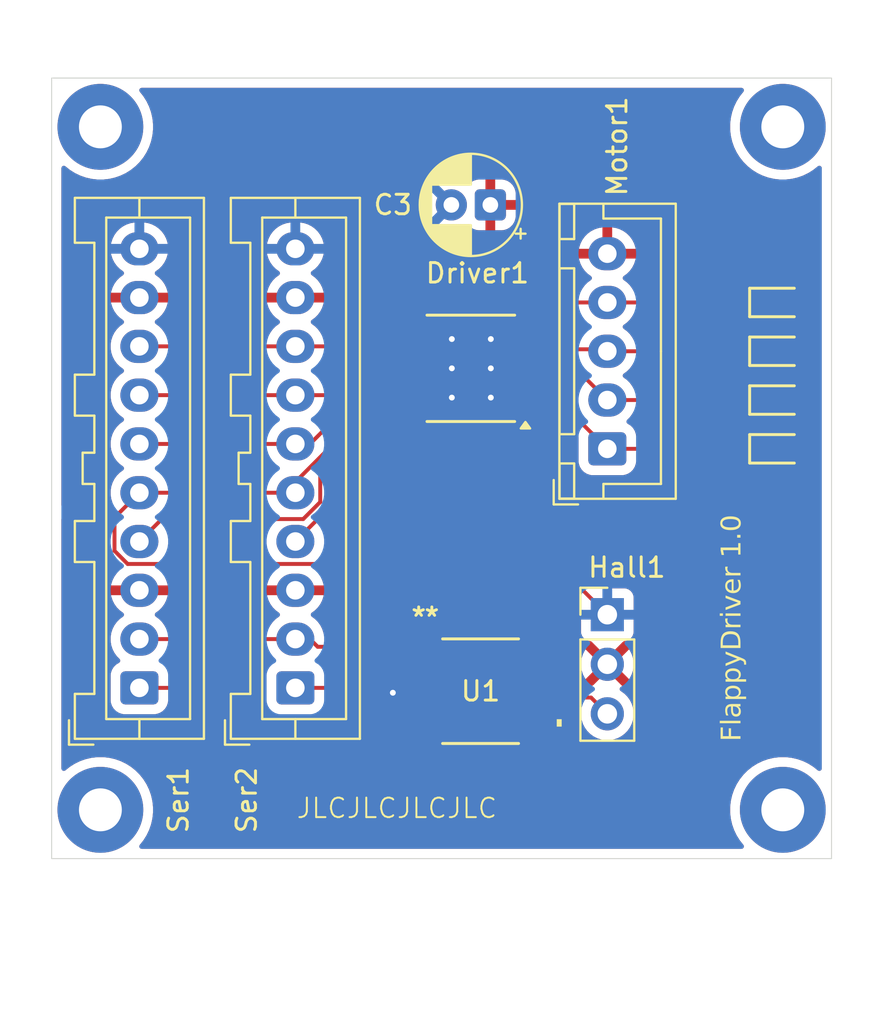
<source format=kicad_pcb>
(kicad_pcb (version 20241229) (generator "pcbnew") (generator_version "9.0")
  (layers (0 "F.Cu" signal) (2 "B.Cu" signal) (13 "F.Paste" user) (15 "B.Paste" user) (5 "F.SilkS" user "F.Silkscreen") (7 "B.SilkS" user "B.Silkscreen") (1 "F.Mask" user) (3 "B.Mask" user) (25 "Edge.Cuts" user))
  (net 0 "")
  (net 1 "GND")
  (net 3 "+12V")
  (net 4 "Net-(D1-Pad1)")
  (net 5 "Net-(D2-Pad1)")
  (net 6 "Net-(D3-Pad1)")
  (net 7 "Net-(D4-Pad1)")
  (net 9 "+5V")
  (net 10 "Phase3")
  (net 11 "Phase4")
  (net 12 "Phase1")
  (net 13 "Clock")
  (net 14 "Latch")
  (net 15 "Enable")
  (net 16 "Fault")
  (net 17 "Co")
  (net 18 "Pi")
  (net 19 "Phase2")
  (net 20 "Reset")
  (net 21 "Hall")
  (net 22 "Ci")
  (net 23 "Load")
  (net 24 "Po")
  (footprint "Connector_PinHeader_2.54mm:PinHeader_1x03_P2.54mm_Vertical" (layer "F.Cu") (at 48.5 47.5)
    (property "Reference" "Hall1" (at 1 -2.42 0) (layer "F.SilkS"))
    (property "Value" "Conn_01x03")
    (fp_line (start -1.38 -1.38) (end 0 -1.38) (stroke (width 0.12)) (layer "F.SilkS"))
    (fp_line (start -1.38 0) (end -1.38 -1.38) (stroke (width 0.12)) (layer "F.SilkS"))
    (fp_line (start -1.38 1.27) (end -1.38 6.46) (stroke (width 0.12)) (layer "F.SilkS"))
    (fp_line (start -1.38 1.27) (end 1.38 1.27) (stroke (width 0.12)) (layer "F.SilkS"))
    (fp_line (start -1.38 6.46) (end 1.38 6.46) (stroke (width 0.12)) (layer "F.SilkS"))
    (fp_line (start 1.38 1.27) (end 1.38 6.46) (stroke (width 0.12)) (layer "F.SilkS"))
    (pad "1" thru_hole rect (at 0 0) (size 1.7 1.7) (drill 1) (layers "*.Cu" "*.Mask") (net 1 "GND"))
    (pad "2" thru_hole circle (at 0 2.54) (size 1.7 1.7) (drill 1) (layers "*.Cu" "*.Mask") (net 9 "+5V"))
    (pad "3" thru_hole circle (at 0 5.08) (size 1.7 1.7) (drill 1) (layers "*.Cu" "*.Mask") (net 21 "Hall"))
  )
  (footprint "MountingHole:MountingHole_2.2mm_M2_Pad_TopBottom" (layer "F.Cu") (at 57.5 57.5)
    (property "Reference" "H4" (hide yes))
    (property "Value" "MountingHole")
    (pad "1" thru_hole circle (at 0 0) (size 2.6 2.6) (drill 2.2) (layers "*.Cu" "*.Mask"))
    (pad "1" connect circle (at 0 0) (size 4.4 4.4) (layers "F.Cu" "F.Mask"))
    (pad "1" connect circle (at 0 0) (size 4.4 4.4) (layers "B.Cu" "B.Mask"))
  )
  (footprint "PCM_JLCPCB:D_0603" (layer "F.Cu") (at 57.29 39)
    (property "Reference" "D1" (hide yes))
    (property "Value" "Red")
    (fp_line (start -1.49 -0.73) (end -1.49 0.73) (stroke (width 0.15)) (layer "F.SilkS"))
    (fp_line (start -1.49 0.73) (end 0.8 0.73) (stroke (width 0.15)) (layer "F.SilkS"))
    (fp_line (start 0.8 -0.73) (end -1.49 -0.73) (stroke (width 0.15)) (layer "F.SilkS"))
    (pad "1" smd roundrect (at -0.79 0) (size 0.88 0.95) (layers "F.Cu" "F.Mask" "F.Paste") (net 4 "Net-(D1-Pad1)"))
    (pad "2" smd roundrect (at 0.79 0) (size 0.88 0.95) (layers "F.Cu" "F.Mask" "F.Paste") (net 3 "+12V"))
  )
  (footprint "PCM_JLCPCB:C_0402" (layer "F.Cu") (at 44 47.5 180)
    (property "Reference" "C1" (hide yes))
    (property "Value" "100nF")
    (pad "1" smd roundrect (at -0.5 0 180) (size 0.56 0.62) (layers "F.Cu" "F.Mask" "F.Paste") (net 9 "+5V"))
    (pad "2" smd roundrect (at 0.5 0 180) (size 0.56 0.62) (layers "F.Cu" "F.Mask" "F.Paste") (net 1 "GND"))
  )
  (footprint "Capacitor_THT:CP_Radial_D5.0mm_P2.00mm" (layer "F.Cu") (at 42.5 26.5 180)
    (property "Reference" "C3" (at 5 0 0) (layer "F.SilkS"))
    (property "Value" "10uF")
    (fp_line (start 3.6 -0.283) (end 3.6 0.283) (stroke (width 0.12)) (layer "F.SilkS"))
    (fp_line (start 3.56 -0.517) (end 3.56 0.517) (stroke (width 0.12)) (layer "F.SilkS"))
    (fp_line (start 3.52 -0.677) (end 3.52 0.677) (stroke (width 0.12)) (layer "F.SilkS"))
    (fp_line (start 3.48 -0.805) (end 3.48 0.805) (stroke (width 0.12)) (layer "F.SilkS"))
    (fp_line (start 3.44 -0.914) (end 3.44 0.914) (stroke (width 0.12)) (layer "F.SilkS"))
    (fp_line (start 3.4 -1.011) (end 3.4 1.011) (stroke (width 0.12)) (layer "F.SilkS"))
    (fp_line (start 3.36 -1.098) (end 3.36 1.098) (stroke (width 0.12)) (layer "F.SilkS"))
    (fp_line (start 3.32 -1.177) (end 3.32 1.177) (stroke (width 0.12)) (layer "F.SilkS"))
    (fp_line (start 3.28 -1.251) (end 3.28 1.251) (stroke (width 0.12)) (layer "F.SilkS"))
    (fp_line (start 3.24 -1.319) (end 3.24 1.319) (stroke (width 0.12)) (layer "F.SilkS"))
    (fp_line (start 3.2 -1.383) (end 3.2 1.383) (stroke (width 0.12)) (layer "F.SilkS"))
    (fp_line (start 3.16 -1.443) (end 3.16 1.443) (stroke (width 0.12)) (layer "F.SilkS"))
    (fp_line (start 3.12 -1.499) (end 3.12 1.499) (stroke (width 0.12)) (layer "F.SilkS"))
    (fp_line (start 3.08 -1.553) (end 3.08 1.553) (stroke (width 0.12)) (layer "F.SilkS"))
    (fp_line (start 3.04 -1.604) (end 3.04 1.604) (stroke (width 0.12)) (layer "F.SilkS"))
    (fp_line (start 3 1.04) (end 3 1.652) (stroke (width 0.12)) (layer "F.SilkS"))
    (fp_line (start 3 -1.652) (end 3 -1.04) (stroke (width 0.12)) (layer "F.SilkS"))
    (fp_line (start 2.96 1.04) (end 2.96 1.699) (stroke (width 0.12)) (layer "F.SilkS"))
    (fp_line (start 2.96 -1.699) (end 2.96 -1.04) (stroke (width 0.12)) (layer "F.SilkS"))
    (fp_line (start 2.92 1.04) (end 2.92 1.743) (stroke (width 0.12)) (layer "F.SilkS"))
    (fp_line (start 2.92 -1.743) (end 2.92 -1.04) (stroke (width 0.12)) (layer "F.SilkS"))
    (fp_line (start 2.88 1.04) (end 2.88 1.785) (stroke (width 0.12)) (layer "F.SilkS"))
    (fp_line (start 2.88 -1.785) (end 2.88 -1.04) (stroke (width 0.12)) (layer "F.SilkS"))
    (fp_line (start 2.84 1.04) (end 2.84 1.825) (stroke (width 0.12)) (layer "F.SilkS"))
    (fp_line (start 2.84 -1.825) (end 2.84 -1.04) (stroke (width 0.12)) (layer "F.SilkS"))
    (fp_line (start 2.8 1.04) (end 2.8 1.864) (stroke (width 0.12)) (layer "F.SilkS"))
    (fp_line (start 2.8 -1.864) (end 2.8 -1.04) (stroke (width 0.12)) (layer "F.SilkS"))
    (fp_line (start 2.76 1.04) (end 2.76 1.901) (stroke (width 0.12)) (layer "F.SilkS"))
    (fp_line (start 2.76 -1.901) (end 2.76 -1.04) (stroke (width 0.12)) (layer "F.SilkS"))
    (fp_line (start 2.72 1.04) (end 2.72 1.936) (stroke (width 0.12)) (layer "F.SilkS"))
    (fp_line (start 2.72 -1.936) (end 2.72 -1.04) (stroke (width 0.12)) (layer "F.SilkS"))
    (fp_line (start 2.68 1.04) (end 2.68 1.97) (stroke (width 0.12)) (layer "F.SilkS"))
    (fp_line (start 2.68 -1.97) (end 2.68 -1.04) (stroke (width 0.12)) (layer "F.SilkS"))
    (fp_line (start 2.64 1.04) (end 2.64 2.003) (stroke (width 0.12)) (layer "F.SilkS"))
    (fp_line (start 2.64 -2.003) (end 2.64 -1.04) (stroke (width 0.12)) (layer "F.SilkS"))
    (fp_line (start 2.6 1.04) (end 2.6 2.035) (stroke (width 0.12)) (layer "F.SilkS"))
    (fp_line (start 2.6 -2.035) (end 2.6 -1.04) (stroke (width 0.12)) (layer "F.SilkS"))
    (fp_line (start 2.56 1.04) (end 2.56 2.065) (stroke (width 0.12)) (layer "F.SilkS"))
    (fp_line (start 2.56 -2.065) (end 2.56 -1.04) (stroke (width 0.12)) (layer "F.SilkS"))
    (fp_line (start 2.52 1.04) (end 2.52 2.094) (stroke (width 0.12)) (layer "F.SilkS"))
    (fp_line (start 2.52 -2.094) (end 2.52 -1.04) (stroke (width 0.12)) (layer "F.SilkS"))
    (fp_line (start 2.48 1.04) (end 2.48 2.122) (stroke (width 0.12)) (layer "F.SilkS"))
    (fp_line (start 2.48 -2.122) (end 2.48 -1.04) (stroke (width 0.12)) (layer "F.SilkS"))
    (fp_line (start 2.44 1.04) (end 2.44 2.149) (stroke (width 0.12)) (layer "F.SilkS"))
    (fp_line (start 2.44 -2.149) (end 2.44 -1.04) (stroke (width 0.12)) (layer "F.SilkS"))
    (fp_line (start 2.4 1.04) (end 2.4 2.175) (stroke (width 0.12)) (layer "F.SilkS"))
    (fp_line (start 2.4 -2.175) (end 2.4 -1.04) (stroke (width 0.12)) (layer "F.SilkS"))
    (fp_line (start 2.36 1.04) (end 2.36 2.199) (stroke (width 0.12)) (layer "F.SilkS"))
    (fp_line (start 2.36 -2.199) (end 2.36 -1.04) (stroke (width 0.12)) (layer "F.SilkS"))
    (fp_line (start 2.32 1.04) (end 2.32 2.223) (stroke (width 0.12)) (layer "F.SilkS"))
    (fp_line (start 2.32 -2.223) (end 2.32 -1.04) (stroke (width 0.12)) (layer "F.SilkS"))
    (fp_line (start 2.28 1.04) (end 2.28 2.246) (stroke (width 0.12)) (layer "F.SilkS"))
    (fp_line (start 2.28 -2.246) (end 2.28 -1.04) (stroke (width 0.12)) (layer "F.SilkS"))
    (fp_line (start 2.24 1.04) (end 2.24 2.268) (stroke (width 0.12)) (layer "F.SilkS"))
    (fp_line (start 2.24 -2.268) (end 2.24 -1.04) (stroke (width 0.12)) (layer "F.SilkS"))
    (fp_line (start 2.2 1.04) (end 2.2 2.289) (stroke (width 0.12)) (layer "F.SilkS"))
    (fp_line (start 2.2 -2.289) (end 2.2 -1.04) (stroke (width 0.12)) (layer "F.SilkS"))
    (fp_line (start 2.16 1.04) (end 2.16 2.309) (stroke (width 0.12)) (layer "F.SilkS"))
    (fp_line (start 2.16 -2.309) (end 2.16 -1.04) (stroke (width 0.12)) (layer "F.SilkS"))
    (fp_line (start 2.12 1.04) (end 2.12 2.329) (stroke (width 0.12)) (layer "F.SilkS"))
    (fp_line (start 2.12 -2.329) (end 2.12 -1.04) (stroke (width 0.12)) (layer "F.SilkS"))
    (fp_line (start 2.08 1.04) (end 2.08 2.347) (stroke (width 0.12)) (layer "F.SilkS"))
    (fp_line (start 2.08 -2.347) (end 2.08 -1.04) (stroke (width 0.12)) (layer "F.SilkS"))
    (fp_line (start 2.04 1.04) (end 2.04 2.365) (stroke (width 0.12)) (layer "F.SilkS"))
    (fp_line (start 2.04 -2.365) (end 2.04 -1.04) (stroke (width 0.12)) (layer "F.SilkS"))
    (fp_line (start 2 1.04) (end 2 2.382) (stroke (width 0.12)) (layer "F.SilkS"))
    (fp_line (start 2 -2.382) (end 2 -1.04) (stroke (width 0.12)) (layer "F.SilkS"))
    (fp_line (start 1.96 1.04) (end 1.96 2.398) (stroke (width 0.12)) (layer "F.SilkS"))
    (fp_line (start 1.96 -2.398) (end 1.96 -1.04) (stroke (width 0.12)) (layer "F.SilkS"))
    (fp_line (start 1.92 1.04) (end 1.92 2.413) (stroke (width 0.12)) (layer "F.SilkS"))
    (fp_line (start 1.92 -2.413) (end 1.92 -1.04) (stroke (width 0.12)) (layer "F.SilkS"))
    (fp_line (start 1.88 1.04) (end 1.88 2.428) (stroke (width 0.12)) (layer "F.SilkS"))
    (fp_line (start 1.88 -2.428) (end 1.88 -1.04) (stroke (width 0.12)) (layer "F.SilkS"))
    (fp_line (start 1.84 1.04) (end 1.84 2.442) (stroke (width 0.12)) (layer "F.SilkS"))
    (fp_line (start 1.84 -2.442) (end 1.84 -1.04) (stroke (width 0.12)) (layer "F.SilkS"))
    (fp_line (start 1.8 1.04) (end 1.8 2.455) (stroke (width 0.12)) (layer "F.SilkS"))
    (fp_line (start 1.8 -2.455) (end 1.8 -1.04) (stroke (width 0.12)) (layer "F.SilkS"))
    (fp_line (start 1.76 1.04) (end 1.76 2.467) (stroke (width 0.12)) (layer "F.SilkS"))
    (fp_line (start 1.76 -2.467) (end 1.76 -1.04) (stroke (width 0.12)) (layer "F.SilkS"))
    (fp_line (start 1.72 1.04) (end 1.72 2.479) (stroke (width 0.12)) (layer "F.SilkS"))
    (fp_line (start 1.72 -2.479) (end 1.72 -1.04) (stroke (width 0.12)) (layer "F.SilkS"))
    (fp_line (start 1.68 1.04) (end 1.68 2.49) (stroke (width 0.12)) (layer "F.SilkS"))
    (fp_line (start 1.68 -2.49) (end 1.68 -1.04) (stroke (width 0.12)) (layer "F.SilkS"))
    (fp_line (start 1.64 1.04) (end 1.64 2.501) (stroke (width 0.12)) (layer "F.SilkS"))
    (fp_line (start 1.64 -2.501) (end 1.64 -1.04) (stroke (width 0.12)) (layer "F.SilkS"))
    (fp_line (start 1.6 1.04) (end 1.6 2.51) (stroke (width 0.12)) (layer "F.SilkS"))
    (fp_line (start 1.6 -2.51) (end 1.6 -1.04) (stroke (width 0.12)) (layer "F.SilkS"))
    (fp_line (start 1.56 1.04) (end 1.56 2.519) (stroke (width 0.12)) (layer "F.SilkS"))
    (fp_line (start 1.56 -2.519) (end 1.56 -1.04) (stroke (width 0.12)) (layer "F.SilkS"))
    (fp_line (start 1.52 1.04) (end 1.52 2.528) (stroke (width 0.12)) (layer "F.SilkS"))
    (fp_line (start 1.52 -2.528) (end 1.52 -1.04) (stroke (width 0.12)) (layer "F.SilkS"))
    (fp_line (start 1.48 1.04) (end 1.48 2.536) (stroke (width 0.12)) (layer "F.SilkS"))
    (fp_line (start 1.48 -2.536) (end 1.48 -1.04) (stroke (width 0.12)) (layer "F.SilkS"))
    (fp_line (start 1.44 1.04) (end 1.44 2.543) (stroke (width 0.12)) (layer "F.SilkS"))
    (fp_line (start 1.44 -2.543) (end 1.44 -1.04) (stroke (width 0.12)) (layer "F.SilkS"))
    (fp_line (start 1.4 1.04) (end 1.4 2.549) (stroke (width 0.12)) (layer "F.SilkS"))
    (fp_line (start 1.4 -2.549) (end 1.4 -1.04) (stroke (width 0.12)) (layer "F.SilkS"))
    (fp_line (start 1.36 1.04) (end 1.36 2.555) (stroke (width 0.12)) (layer "F.SilkS"))
    (fp_line (start 1.36 -2.555) (end 1.36 -1.04) (stroke (width 0.12)) (layer "F.SilkS"))
    (fp_line (start 1.32 1.04) (end 1.32 2.56) (stroke (width 0.12)) (layer "F.SilkS"))
    (fp_line (start 1.32 -2.56) (end 1.32 -1.04) (stroke (width 0.12)) (layer "F.SilkS"))
    (fp_line (start 1.28 1.04) (end 1.28 2.565) (stroke (width 0.12)) (layer "F.SilkS"))
    (fp_line (start 1.28 -2.565) (end 1.28 -1.04) (stroke (width 0.12)) (layer "F.SilkS"))
    (fp_line (start 1.24 1.04) (end 1.24 2.569) (stroke (width 0.12)) (layer "F.SilkS"))
    (fp_line (start 1.24 -2.569) (end 1.24 -1.04) (stroke (width 0.12)) (layer "F.SilkS"))
    (fp_line (start 1.2 1.04) (end 1.2 2.572) (stroke (width 0.12)) (layer "F.SilkS"))
    (fp_line (start 1.2 -2.572) (end 1.2 -1.04) (stroke (width 0.12)) (layer "F.SilkS"))
    (fp_line (start 1.16 1.04) (end 1.16 2.575) (stroke (width 0.12)) (layer "F.SilkS"))
    (fp_line (start 1.16 -2.575) (end 1.16 -1.04) (stroke (width 0.12)) (layer "F.SilkS"))
    (fp_line (start 1.12 1.04) (end 1.12 2.577) (stroke (width 0.12)) (layer "F.SilkS"))
    (fp_line (start 1.12 -2.577) (end 1.12 -1.04) (stroke (width 0.12)) (layer "F.SilkS"))
    (fp_line (start 1.08 1.04) (end 1.08 2.579) (stroke (width 0.12)) (layer "F.SilkS"))
    (fp_line (start 1.08 -2.579) (end 1.08 -1.04) (stroke (width 0.12)) (layer "F.SilkS"))
    (fp_line (start 1.04 1.04) (end 1.04 2.58) (stroke (width 0.12)) (layer "F.SilkS"))
    (fp_line (start 1.04 -2.58) (end 1.04 -1.04) (stroke (width 0.12)) (layer "F.SilkS"))
    (fp_line (start 1 1.04) (end 1 2.58) (stroke (width 0.12)) (layer "F.SilkS"))
    (fp_line (start 1 -2.58) (end 1 -1.04) (stroke (width 0.12)) (layer "F.SilkS"))
    (fp_line (start -1.554775 -1.725) (end -1.554775 -1.225) (stroke (width 0.12)) (layer "F.SilkS"))
    (fp_line (start -1.804775 -1.475) (end -1.304775 -1.475) (stroke (width 0.12)) (layer "F.SilkS"))
    (fp_circle (center 1 0) (end 3.62 0) (stroke (width 0.12)) (fill no) (layer "F.SilkS"))
    (pad "1" thru_hole roundrect (at 0 0 180) (size 1.6 1.6) (drill 0.8) (layers "*.Cu" "*.Mask") (roundrect_rratio 0.15625) (net 3 "+12V"))
    (pad "2" thru_hole circle (at 2 0 180) (size 1.6 1.6) (drill 0.8) (layers "*.Cu" "*.Mask") (net 1 "GND"))
  )
  (footprint "Package_SO:HTSSOP-16-1EP_4.4x5mm_P0.65mm_EP3.4x5mm" (layer "F.Cu") (at 41.5 34.875 180)
    (property "Reference" "Driver1" (at -0.3375 4.875 0) (layer "F.SilkS"))
    (property "Value" "DRV8804PWP")
    (fp_line (start -2.25 2.725) (end 2.25 2.725) (stroke (width 0.15)) (layer "F.SilkS"))
    (fp_line (start -2.25 -2.725) (end 2.25 -2.725) (stroke (width 0.15)) (layer "F.SilkS"))
    (fp_poly (pts (xy -2.8 -2.75) (xy -3.04 -3.08) (xy -2.56 -3.08) (xy -2.8 -2.75)) (stroke (width 0.12)) (fill yes) (layer "F.SilkS"))
    (pad "1" smd rect (at -2.775 -2.275 180) (size 1.05 0.45) (layers "F.Cu" "F.Mask" "F.Paste") (net 3 "+12V"))
    (pad "2" smd rect (at -2.775 -1.625 180) (size 1.05 0.45) (layers "F.Cu" "F.Mask" "F.Paste") (net 3 "+12V"))
    (pad "3" smd rect (at -2.775 -0.975 180) (size 1.05 0.45) (layers "F.Cu" "F.Mask" "F.Paste") (net 12 "Phase1"))
    (pad "4" smd rect (at -2.775 -0.325 180) (size 1.05 0.45) (layers "F.Cu" "F.Mask" "F.Paste") (net 19 "Phase2"))
    (pad "5" smd rect (at -2.775 0.325 180) (size 1.05 0.45) (layers "F.Cu" "F.Mask" "F.Paste") (net 1 "GND"))
    (pad "6" smd rect (at -2.775 0.975 180) (size 1.05 0.45) (layers "F.Cu" "F.Mask" "F.Paste") (net 10 "Phase3"))
    (pad "7" smd rect (at -2.775 1.625 180) (size 1.05 0.45) (layers "F.Cu" "F.Mask" "F.Paste") (net 11 "Phase4"))
    (pad "8" smd rect (at -2.775 2.275 180) (size 1.05 0.45) (layers "F.Cu" "F.Mask" "F.Paste") (net 15 "Enable"))
    (pad "9" smd rect (at 2.775 2.275 180) (size 1.05 0.45) (layers "F.Cu" "F.Mask" "F.Paste") (net 20 "Reset"))
    (pad "10" smd rect (at 2.775 1.625 180) (size 1.05 0.45) (layers "F.Cu" "F.Mask" "F.Paste"))
    (pad "11" smd rect (at 2.775 0.975 180) (size 1.05 0.45) (layers "F.Cu" "F.Mask" "F.Paste") (net 14 "Latch"))
    (pad "12" smd rect (at 2.775 0.325 180) (size 1.05 0.45) (layers "F.Cu" "F.Mask" "F.Paste") (net 1 "GND"))
    (pad "13" smd rect (at 2.775 -0.325 180) (size 1.05 0.45) (layers "F.Cu" "F.Mask" "F.Paste") (net 13 "Clock"))
    (pad "14" smd rect (at 2.775 -0.975 180) (size 1.05 0.45) (layers "F.Cu" "F.Mask" "F.Paste") (net 17 "Co"))
    (pad "15" smd rect (at 2.775 -1.625 180) (size 1.05 0.45) (layers "F.Cu" "F.Mask" "F.Paste") (net 18 "Pi"))
    (pad "16" smd rect (at 2.775 -2.275 180) (size 1.05 0.45) (layers "F.Cu" "F.Mask" "F.Paste") (net 16 "Fault"))
    (pad "17" smd rect (at 0 0 180) (size 3.4 5) (layers "F.Cu" "F.Mask") (net 1 "GND"))
  )
  (footprint "PCM_JLCPCB:D_0603" (layer "F.Cu") (at 57.29 36.5)
    (property "Reference" "D2" (hide yes))
    (property "Value" "Red")
    (fp_line (start -1.49 -0.73) (end -1.49 0.73) (stroke (width 0.15)) (layer "F.SilkS"))
    (fp_line (start -1.49 0.73) (end 0.8 0.73) (stroke (width 0.15)) (layer "F.SilkS"))
    (fp_line (start 0.8 -0.73) (end -1.49 -0.73) (stroke (width 0.15)) (layer "F.SilkS"))
    (pad "1" smd roundrect (at -0.79 0) (size 0.88 0.95) (layers "F.Cu" "F.Mask" "F.Paste") (net 5 "Net-(D2-Pad1)"))
    (pad "2" smd roundrect (at 0.79 0) (size 0.88 0.95) (layers "F.Cu" "F.Mask" "F.Paste") (net 3 "+12V"))
  )
  (footprint "PCM_JLCPCB:R_0603" (layer "F.Cu") (at 54.29 36.5 180)
    (property "Reference" "R2" (hide yes))
    (property "Value" "4.7kΩ")
    (pad "1" smd roundrect (at -0.82 0 180) (size 0.8 0.95) (layers "F.Cu" "F.Mask" "F.Paste") (net 5 "Net-(D2-Pad1)"))
    (pad "2" smd roundrect (at 0.82 0 180) (size 0.8 0.95) (layers "F.Cu" "F.Mask" "F.Paste") (net 19 "Phase2"))
  )
  (footprint "PCM_JLCPCB:R_0402" (layer "F.Cu") (at 45.5 55 180)
    (property "Reference" "R6" (hide yes))
    (property "Value" "10kΩ" (hide yes))
    (pad "1" smd roundrect (at -0.5 0 180) (size 0.56 0.62) (layers "F.Cu" "F.Mask" "F.Paste") (net 24 "Po"))
    (pad "2" smd roundrect (at 0.5 0 180) (size 0.56 0.62) (layers "F.Cu" "F.Mask" "F.Paste") (net 9 "+5V"))
  )
  (footprint "Connector_JST:JST_XA_B10B-XASK-1_1x10_P2.50mm_Vertical" (layer "F.Cu") (at 32.5 51.25 90)
    (property "Reference" "Ser2" (at -5.75 -2.5 90) (layer "F.SilkS"))
    (property "Value" "Conn_01x10")
    (fp_line (start -1.66 -3.61) (end -2.91 -3.61) (stroke (width 0.12)) (layer "F.SilkS"))
    (fp_line (start -2.91 -3.61) (end -2.91 -2.36) (stroke (width 0.12)) (layer "F.SilkS"))
    (fp_line (start 25.11 -3.31) (end 22.81 -3.31) (stroke (width 0.12)) (layer "F.SilkS"))
    (fp_line (start 22.81 -3.31) (end 22.81 -2.31) (stroke (width 0.12)) (layer "F.SilkS"))
    (fp_line (start 16.05 -3.31) (end 13.95 -3.31) (stroke (width 0.12)) (layer "F.SilkS"))
    (fp_line (start 13.95 -3.31) (end 13.95 -2.31) (stroke (width 0.12)) (layer "F.SilkS"))
    (fp_line (start 8.55 -3.31) (end 6.45 -3.31) (stroke (width 0.12)) (layer "F.SilkS"))
    (fp_line (start 6.45 -3.31) (end 6.45 -2.31) (stroke (width 0.12)) (layer "F.SilkS"))
    (fp_line (start -0.31 -3.31) (end -2.61 -3.31) (stroke (width 0.12)) (layer "F.SilkS"))
    (fp_line (start -2.61 -3.31) (end -2.61 3.31) (stroke (width 0.12)) (layer "F.SilkS"))
    (fp_line (start 12.05 -2.91) (end 10.45 -2.91) (stroke (width 0.12)) (layer "F.SilkS"))
    (fp_line (start 10.45 -2.91) (end 10.45 -2.31) (stroke (width 0.12)) (layer "F.SilkS"))
    (fp_line (start 22.81 -2.31) (end 16.05 -2.31) (stroke (width 0.12)) (layer "F.SilkS"))
    (fp_line (start 16.05 -2.31) (end 16.05 -3.31) (stroke (width 0.12)) (layer "F.SilkS"))
    (fp_line (start 13.95 -2.31) (end 12.05 -2.31) (stroke (width 0.12)) (layer "F.SilkS"))
    (fp_line (start 12.05 -2.31) (end 12.05 -2.91) (stroke (width 0.12)) (layer "F.SilkS"))
    (fp_line (start 10.45 -2.31) (end 8.55 -2.31) (stroke (width 0.12)) (layer "F.SilkS"))
    (fp_line (start 8.55 -2.31) (end 8.55 -3.31) (stroke (width 0.12)) (layer "F.SilkS"))
    (fp_line (start 6.45 -2.31) (end -0.31 -2.31) (stroke (width 0.12)) (layer "F.SilkS"))
    (fp_line (start -0.31 -2.31) (end -0.31 -3.31) (stroke (width 0.12)) (layer "F.SilkS"))
    (fp_line (start 24.1 -1.7) (end -1.6 -1.7) (stroke (width 0.12)) (layer "F.SilkS"))
    (fp_line (start -1.6 -1.7) (end -1.6 2.6) (stroke (width 0.12)) (layer "F.SilkS"))
    (fp_line (start 25.11 0) (end 24.1 0) (stroke (width 0.12)) (layer "F.SilkS"))
    (fp_line (start -2.61 0) (end -1.6 0) (stroke (width 0.12)) (layer "F.SilkS"))
    (fp_line (start 24.1 2.6) (end 24.1 -1.7) (stroke (width 0.12)) (layer "F.SilkS"))
    (fp_line (start -1.6 2.6) (end 24.1 2.6) (stroke (width 0.12)) (layer "F.SilkS"))
    (fp_line (start 25.11 3.31) (end 25.11 -3.31) (stroke (width 0.12)) (layer "F.SilkS"))
    (fp_line (start -2.61 3.31) (end 25.11 3.31) (stroke (width 0.12)) (layer "F.SilkS"))
    (pad "1" thru_hole roundrect (at 0 0 90) (size 1.7 1.95) (drill 0.95) (layers "*.Cu" "*.Mask") (roundrect_rratio 0.147059) (net 24 "Po"))
    (pad "2" thru_hole oval (at 2.5 0 90) (size 1.7 1.95) (drill 0.95) (layers "*.Cu" "*.Mask") (net 23 "Load"))
    (pad "3" thru_hole oval (at 5 0 90) (size 1.7 1.95) (drill 0.95) (layers "*.Cu" "*.Mask") (net 9 "+5V"))
    (pad "4" thru_hole oval (at 7.5 0 90) (size 1.7 1.95) (drill 0.95) (layers "*.Cu" "*.Mask") (net 18 "Pi"))
    (pad "5" thru_hole oval (at 10 0 90) (size 1.7 1.95) (drill 0.95) (layers "*.Cu" "*.Mask") (net 13 "Clock"))
    (pad "6" thru_hole oval (at 12.5 0 90) (size 1.7 1.95) (drill 0.95) (layers "*.Cu" "*.Mask") (net 14 "Latch"))
    (pad "7" thru_hole oval (at 15 0 90) (size 1.7 1.95) (drill 0.95) (layers "*.Cu" "*.Mask") (net 20 "Reset"))
    (pad "8" thru_hole oval (at 17.5 0 90) (size 1.7 1.95) (drill 0.95) (layers "*.Cu" "*.Mask") (net 15 "Enable"))
    (pad "9" thru_hole oval (at 20 0 90) (size 1.7 1.95) (drill 0.95) (layers "*.Cu" "*.Mask") (net 3 "+12V"))
    (pad "10" thru_hole oval (at 22.5 0 90) (size 1.7 1.95) (drill 0.95) (layers "*.Cu" "*.Mask") (net 1 "GND"))
  )
  (footprint "Connector_JST:JST_XA_B10B-XASK-1_1x10_P2.50mm_Vertical" (layer "F.Cu") (at 24.5 51.25 90)
    (property "Reference" "Ser1" (at -5.75 2 270) (layer "F.SilkS"))
    (property "Value" "Conn_01x10")
    (fp_line (start -1.66 -3.61) (end -2.91 -3.61) (stroke (width 0.12)) (layer "F.SilkS"))
    (fp_line (start -2.91 -3.61) (end -2.91 -2.36) (stroke (width 0.12)) (layer "F.SilkS"))
    (fp_line (start 25.11 -3.31) (end 22.81 -3.31) (stroke (width 0.12)) (layer "F.SilkS"))
    (fp_line (start 22.81 -3.31) (end 22.81 -2.31) (stroke (width 0.12)) (layer "F.SilkS"))
    (fp_line (start 16.05 -3.31) (end 13.95 -3.31) (stroke (width 0.12)) (layer "F.SilkS"))
    (fp_line (start 13.95 -3.31) (end 13.95 -2.31) (stroke (width 0.12)) (layer "F.SilkS"))
    (fp_line (start 8.55 -3.31) (end 6.45 -3.31) (stroke (width 0.12)) (layer "F.SilkS"))
    (fp_line (start 6.45 -3.31) (end 6.45 -2.31) (stroke (width 0.12)) (layer "F.SilkS"))
    (fp_line (start -0.31 -3.31) (end -2.61 -3.31) (stroke (width 0.12)) (layer "F.SilkS"))
    (fp_line (start -2.61 -3.31) (end -2.61 3.31) (stroke (width 0.12)) (layer "F.SilkS"))
    (fp_line (start 12.05 -2.91) (end 10.45 -2.91) (stroke (width 0.12)) (layer "F.SilkS"))
    (fp_line (start 10.45 -2.91) (end 10.45 -2.31) (stroke (width 0.12)) (layer "F.SilkS"))
    (fp_line (start 22.81 -2.31) (end 16.05 -2.31) (stroke (width 0.12)) (layer "F.SilkS"))
    (fp_line (start 16.05 -2.31) (end 16.05 -3.31) (stroke (width 0.12)) (layer "F.SilkS"))
    (fp_line (start 13.95 -2.31) (end 12.05 -2.31) (stroke (width 0.12)) (layer "F.SilkS"))
    (fp_line (start 12.05 -2.31) (end 12.05 -2.91) (stroke (width 0.12)) (layer "F.SilkS"))
    (fp_line (start 10.45 -2.31) (end 8.55 -2.31) (stroke (width 0.12)) (layer "F.SilkS"))
    (fp_line (start 8.55 -2.31) (end 8.55 -3.31) (stroke (width 0.12)) (layer "F.SilkS"))
    (fp_line (start 6.45 -2.31) (end -0.31 -2.31) (stroke (width 0.12)) (layer "F.SilkS"))
    (fp_line (start -0.31 -2.31) (end -0.31 -3.31) (stroke (width 0.12)) (layer "F.SilkS"))
    (fp_line (start 24.1 -1.7) (end -1.6 -1.7) (stroke (width 0.12)) (layer "F.SilkS"))
    (fp_line (start -1.6 -1.7) (end -1.6 2.6) (stroke (width 0.12)) (layer "F.SilkS"))
    (fp_line (start 25.11 0) (end 24.1 0) (stroke (width 0.12)) (layer "F.SilkS"))
    (fp_line (start -2.61 0) (end -1.6 0) (stroke (width 0.12)) (layer "F.SilkS"))
    (fp_line (start 24.1 2.6) (end 24.1 -1.7) (stroke (width 0.12)) (layer "F.SilkS"))
    (fp_line (start -1.6 2.6) (end 24.1 2.6) (stroke (width 0.12)) (layer "F.SilkS"))
    (fp_line (start 25.11 3.31) (end 25.11 -3.31) (stroke (width 0.12)) (layer "F.SilkS"))
    (fp_line (start -2.61 3.31) (end 25.11 3.31) (stroke (width 0.12)) (layer "F.SilkS"))
    (pad "1" thru_hole roundrect (at 0 0 90) (size 1.7 1.95) (drill 0.95) (layers "*.Cu" "*.Mask") (roundrect_rratio 0.147059) (net 22 "Ci"))
    (pad "2" thru_hole oval (at 2.5 0 90) (size 1.7 1.95) (drill 0.95) (layers "*.Cu" "*.Mask") (net 23 "Load"))
    (pad "3" thru_hole oval (at 5 0 90) (size 1.7 1.95) (drill 0.95) (layers "*.Cu" "*.Mask") (net 9 "+5V"))
    (pad "4" thru_hole oval (at 7.5 0 90) (size 1.7 1.95) (drill 0.95) (layers "*.Cu" "*.Mask") (net 17 "Co"))
    (pad "5" thru_hole oval (at 10 0 90) (size 1.7 1.95) (drill 0.95) (layers "*.Cu" "*.Mask") (net 13 "Clock"))
    (pad "6" thru_hole oval (at 12.5 0 90) (size 1.7 1.95) (drill 0.95) (layers "*.Cu" "*.Mask") (net 14 "Latch"))
    (pad "7" thru_hole oval (at 15 0 90) (size 1.7 1.95) (drill 0.95) (layers "*.Cu" "*.Mask") (net 20 "Reset"))
    (pad "8" thru_hole oval (at 17.5 0 90) (size 1.7 1.95) (drill 0.95) (layers "*.Cu" "*.Mask") (net 15 "Enable"))
    (pad "9" thru_hole oval (at 20 0 90) (size 1.7 1.95) (drill 0.95) (layers "*.Cu" "*.Mask") (net 3 "+12V"))
    (pad "10" thru_hole oval (at 22.5 0 90) (size 1.7 1.95) (drill 0.95) (layers "*.Cu" "*.Mask") (net 1 "GND"))
  )
  (footprint "PCM_JLCPCB:R_0603" (layer "F.Cu") (at 54.29 34 180)
    (property "Reference" "R3" (hide yes))
    (property "Value" "4.7kΩ")
    (pad "1" smd roundrect (at -0.82 0 180) (size 0.8 0.95) (layers "F.Cu" "F.Mask" "F.Paste") (net 6 "Net-(D3-Pad1)"))
    (pad "2" smd roundrect (at 0.82 0 180) (size 0.8 0.95) (layers "F.Cu" "F.Mask" "F.Paste") (net 10 "Phase3"))
  )
  (footprint "PCM_JLCPCB:R_0603" (layer "F.Cu") (at 54.29 39 180)
    (property "Reference" "R1" (hide yes))
    (property "Value" "4.7kΩ")
    (pad "1" smd roundrect (at -0.82 0 180) (size 0.8 0.95) (layers "F.Cu" "F.Mask" "F.Paste") (net 4 "Net-(D1-Pad1)"))
    (pad "2" smd roundrect (at 0.82 0 180) (size 0.8 0.95) (layers "F.Cu" "F.Mask" "F.Paste") (net 12 "Phase1"))
  )
  (footprint "PCM_JLCPCB:D_0603" (layer "F.Cu") (at 57.29 34)
    (property "Reference" "D3" (hide yes))
    (property "Value" "Red")
    (fp_line (start -1.49 -0.73) (end -1.49 0.73) (stroke (width 0.15)) (layer "F.SilkS"))
    (fp_line (start -1.49 0.73) (end 0.8 0.73) (stroke (width 0.15)) (layer "F.SilkS"))
    (fp_line (start 0.8 -0.73) (end -1.49 -0.73) (stroke (width 0.15)) (layer "F.SilkS"))
    (pad "1" smd roundrect (at -0.79 0) (size 0.88 0.95) (layers "F.Cu" "F.Mask" "F.Paste") (net 6 "Net-(D3-Pad1)"))
    (pad "2" smd roundrect (at 0.79 0) (size 0.88 0.95) (layers "F.Cu" "F.Mask" "F.Paste") (net 3 "+12V"))
  )
  (footprint "MountingHole:MountingHole_2.2mm_M2_Pad_TopBottom" (layer "F.Cu") (at 57.5 22.5 180)
    (property "Reference" "H2" (hide yes))
    (property "Value" "MountingHole")
    (pad "1" thru_hole circle (at 0 0 180) (size 2.6 2.6) (drill 2.2) (layers "*.Cu" "*.Mask"))
    (pad "1" connect circle (at 0 0 180) (size 4.4 4.4) (layers "F.Cu" "F.Mask"))
    (pad "1" connect circle (at 0 0 180) (size 4.4 4.4) (layers "B.Cu" "B.Mask"))
  )
  (footprint "MountingHole:MountingHole_2.2mm_M2_Pad_TopBottom" (layer "F.Cu") (at 22.5 57.5)
    (property "Reference" "H3" (hide yes))
    (property "Value" "MountingHole")
    (pad "1" thru_hole circle (at 0 0) (size 2.6 2.6) (drill 2.2) (layers "*.Cu" "*.Mask"))
    (pad "1" connect circle (at 0 0) (size 4.4 4.4) (layers "F.Cu" "F.Mask"))
    (pad "1" connect circle (at 0 0) (size 4.4 4.4) (layers "B.Cu" "B.Mask"))
  )
  (footprint "MountingHole:MountingHole_2.2mm_M2_Pad_TopBottom" (layer "F.Cu") (at 22.5 22.5 180)
    (property "Reference" "H1" (hide yes))
    (property "Value" "MountingHole")
    (pad "1" thru_hole circle (at 0 0 180) (size 2.6 2.6) (drill 2.2) (layers "*.Cu" "*.Mask"))
    (pad "1" connect circle (at 0 0 180) (size 4.4 4.4) (layers "F.Cu" "F.Mask"))
    (pad "1" connect circle (at 0 0 180) (size 4.4 4.4) (layers "B.Cu" "B.Mask"))
  )
  (footprint "Connector_JST:JST_XH_B5B-XH-A_1x05_P2.50mm_Vertical" (layer "F.Cu") (at 48.5 39 90)
    (property "Reference" "Motor1" (at 15.5 0.5 90) (layer "F.SilkS"))
    (property "Value" "Conn_01x05")
    (fp_line (start -1.6 -2.75) (end -2.85 -2.75) (stroke (width 0.12)) (layer "F.SilkS"))
    (fp_line (start -2.85 -2.75) (end -2.85 -1.5) (stroke (width 0.12)) (layer "F.SilkS"))
    (fp_line (start 12.56 -2.46) (end -2.56 -2.46) (stroke (width 0.12)) (layer "F.SilkS"))
    (fp_line (start -2.56 -2.46) (end -2.56 3.51) (stroke (width 0.12)) (layer "F.SilkS"))
    (fp_line (start 12.55 -2.45) (end 10.75 -2.45) (stroke (width 0.12)) (layer "F.SilkS"))
    (fp_line (start 10.75 -2.45) (end 10.75 -1.7) (stroke (width 0.12)) (layer "F.SilkS"))
    (fp_line (start 9.25 -2.45) (end 0.75 -2.45) (stroke (width 0.12)) (layer "F.SilkS"))
    (fp_line (start 0.75 -2.45) (end 0.75 -1.7) (stroke (width 0.12)) (layer "F.SilkS"))
    (fp_line (start -0.75 -2.45) (end -2.55 -2.45) (stroke (width 0.12)) (layer "F.SilkS"))
    (fp_line (start -2.55 -2.45) (end -2.55 -1.7) (stroke (width 0.12)) (layer "F.SilkS"))
    (fp_line (start 12.55 -1.7) (end 12.55 -2.45) (stroke (width 0.12)) (layer "F.SilkS"))
    (fp_line (start 10.75 -1.7) (end 12.55 -1.7) (stroke (width 0.12)) (layer "F.SilkS"))
    (fp_line (start 9.25 -1.7) (end 9.25 -2.45) (stroke (width 0.12)) (layer "F.SilkS"))
    (fp_line (start 0.75 -1.7) (end 9.25 -1.7) (stroke (width 0.12)) (layer "F.SilkS"))
    (fp_line (start -0.75 -1.7) (end -0.75 -2.45) (stroke (width 0.12)) (layer "F.SilkS"))
    (fp_line (start -2.55 -1.7) (end -0.75 -1.7) (stroke (width 0.12)) (layer "F.SilkS"))
    (fp_line (start 12.55 -0.2) (end 11.8 -0.2) (stroke (width 0.12)) (layer "F.SilkS"))
    (fp_line (start 11.8 -0.2) (end 11.8 2.75) (stroke (width 0.12)) (layer "F.SilkS"))
    (fp_line (start -1.8 -0.2) (end -1.8 2.75) (stroke (width 0.12)) (layer "F.SilkS"))
    (fp_line (start -2.55 -0.2) (end -1.8 -0.2) (stroke (width 0.12)) (layer "F.SilkS"))
    (fp_line (start 11.8 2.75) (end 5 2.75) (stroke (width 0.12)) (layer "F.SilkS"))
    (fp_line (start -1.8 2.75) (end 5 2.75) (stroke (width 0.12)) (layer "F.SilkS"))
    (fp_line (start 12.56 3.51) (end 12.56 -2.46) (stroke (width 0.12)) (layer "F.SilkS"))
    (fp_line (start -2.56 3.51) (end 12.56 3.51) (stroke (width 0.12)) (layer "F.SilkS"))
    (pad "1" thru_hole roundrect (at 0 0 90) (size 1.7 1.95) (drill 0.95) (layers "*.Cu" "*.Mask") (roundrect_rratio 0.147059) (net 12 "Phase1"))
    (pad "2" thru_hole oval (at 2.5 0 90) (size 1.7 1.95) (drill 0.95) (layers "*.Cu" "*.Mask") (net 19 "Phase2"))
    (pad "3" thru_hole oval (at 5 0 90) (size 1.7 1.95) (drill 0.95) (layers "*.Cu" "*.Mask") (net 10 "Phase3"))
    (pad "4" thru_hole oval (at 7.5 0 90) (size 1.7 1.95) (drill 0.95) (layers "*.Cu" "*.Mask") (net 11 "Phase4"))
    (pad "5" thru_hole oval (at 10 0 90) (size 1.7 1.95) (drill 0.95) (layers "*.Cu" "*.Mask") (net 3 "+12V"))
  )
  (footprint "PCM_JLCPCB:D_0603" (layer "F.Cu") (at 57.29 31.5)
    (property "Reference" "D4" (hide yes))
    (property "Value" "Red")
    (fp_line (start -1.49 -0.73) (end -1.49 0.73) (stroke (width 0.15)) (layer "F.SilkS"))
    (fp_line (start -1.49 0.73) (end 0.8 0.73) (stroke (width 0.15)) (layer "F.SilkS"))
    (fp_line (start 0.8 -0.73) (end -1.49 -0.73) (stroke (width 0.15)) (layer "F.SilkS"))
    (pad "1" smd roundrect (at -0.79 0) (size 0.88 0.95) (layers "F.Cu" "F.Mask" "F.Paste") (net 7 "Net-(D4-Pad1)"))
    (pad "2" smd roundrect (at 0.79 0) (size 0.88 0.95) (layers "F.Cu" "F.Mask" "F.Paste") (net 3 "+12V"))
  )
  (footprint "PCM_JLCPCB:R_0402" (layer "F.Cu") (at 41 47.5 180)
    (property "Reference" "R5" (hide yes))
    (property "Value" "10kΩ" (hide yes))
    (pad "1" smd roundrect (at -0.5 0 180) (size 0.56 0.62) (layers "F.Cu" "F.Mask" "F.Paste") (net 9 "+5V"))
    (pad "2" smd roundrect (at 0.5 0 180) (size 0.56 0.62) (layers "F.Cu" "F.Mask" "F.Paste") (net 16 "Fault"))
  )
  (footprint "PCM_JLCPCB:R_0603" (layer "F.Cu") (at 54.29 31.5 180)
    (property "Reference" "R4" (hide yes))
    (property "Value" "4.7kΩ")
    (pad "1" smd roundrect (at -0.82 0 180) (size 0.8 0.95) (layers "F.Cu" "F.Mask" "F.Paste") (net 7 "Net-(D4-Pad1)"))
    (pad "2" smd roundrect (at 0.82 0 180) (size 0.8 0.95) (layers "F.Cu" "F.Mask" "F.Paste") (net 11 "Phase4"))
  )
  (footprint "PCM_JLCPCB:C_0402" (layer "F.Cu") (at 43.525 38.375 180)
    (property "Reference" "C2" (hide yes))
    (property "Value" "100nF")
    (pad "1" smd roundrect (at -0.5 0 180) (size 0.56 0.62) (layers "F.Cu" "F.Mask" "F.Paste") (net 3 "+12V"))
    (pad "2" smd roundrect (at 0.5 0 180) (size 0.56 0.62) (layers "F.Cu" "F.Mask" "F.Paste") (net 1 "GND"))
  )
  (footprint "SN74HC165:PW16" (layer "F.Cu") (at 42 51.42)
    (property "Reference" "U1" (at 0 0 0) (layer "F.SilkS"))
    (property "Value" "SN74HC165PW")
    (fp_line (start -1.946998 2.6797) (end 1.946998 2.6797) (stroke (width 0.1524)) (layer "F.SilkS"))
    (fp_line (start 1.946998 -2.6797) (end -1.946998 -2.6797) (stroke (width 0.1524)) (layer "F.SilkS"))
    (fp_poly (pts (xy 4.159999 1.434501) (xy 4.159999 1.815501) (xy 3.905999 1.815501) (xy 3.905999 1.434501)) (fill yes) (layer "F.SilkS"))
    (fp_text user "*" (at -2.5 -3.7728 0) (layer "F.SilkS"))
    (fp_text user "*" (at -3.175 -3.7728 0) (layer "F.SilkS"))
    (pad "1" smd rect (at -2.921 -2.274999) (size 1.461999 0.3548) (layers "F.Cu" "F.Mask" "F.Paste") (net 23 "Load"))
    (pad "2" smd rect (at -2.921 -1.625001) (size 1.461999 0.3548) (layers "F.Cu" "F.Mask" "F.Paste") (net 13 "Clock"))
    (pad "3" smd rect (at -2.921 -0.974999) (size 1.461999 0.3548) (layers "F.Cu" "F.Mask" "F.Paste") (net 1 "GND"))
    (pad "4" smd rect (at -2.921 -0.325001) (size 1.461999 0.3548) (layers "F.Cu" "F.Mask" "F.Paste") (net 1 "GND"))
    (pad "5" smd rect (at -2.921 0.324998) (size 1.461999 0.3548) (layers "F.Cu" "F.Mask" "F.Paste") (net 1 "GND"))
    (pad "6" smd rect (at -2.921 0.974999) (size 1.461999 0.3548) (layers "F.Cu" "F.Mask" "F.Paste") (net 1 "GND"))
    (pad "7" smd rect (at -2.921 1.624998) (size 1.461999 0.3548) (layers "F.Cu" "F.Mask" "F.Paste"))
    (pad "8" smd rect (at -2.921 2.274999) (size 1.461999 0.3548) (layers "F.Cu" "F.Mask" "F.Paste") (net 1 "GND"))
    (pad "9" smd rect (at 2.921 2.274999) (size 1.461999 0.3548) (layers "F.Cu" "F.Mask" "F.Paste") (net 22 "Ci"))
    (pad "10" smd rect (at 2.921 1.625001) (size 1.461999 0.3548) (layers "F.Cu" "F.Mask" "F.Paste") (net 24 "Po"))
    (pad "11" smd rect (at 2.921 0.974999) (size 1.461999 0.3548) (layers "F.Cu" "F.Mask" "F.Paste") (net 16 "Fault"))
    (pad "12" smd rect (at 2.921 0.325001) (size 1.461999 0.3548) (layers "F.Cu" "F.Mask" "F.Paste") (net 21 "Hall"))
    (pad "13" smd rect (at 2.921 -0.324998) (size 1.461999 0.3548) (layers "F.Cu" "F.Mask" "F.Paste") (net 1 "GND"))
    (pad "14" smd rect (at 2.921 -0.974999) (size 1.461999 0.3548) (layers "F.Cu" "F.Mask" "F.Paste") (net 1 "GND"))
    (pad "15" smd rect (at 2.921 -1.624998) (size 1.461999 0.3548) (layers "F.Cu" "F.Mask" "F.Paste") (net 1 "GND"))
    (pad "16" smd rect (at 2.921 -2.274999) (size 1.461999 0.3548) (layers "F.Cu" "F.Mask" "F.Paste") (net 9 "+5V"))
  )
  (gr_rect (start 20 20) (end 60 60) (stroke (width 0.05)) (fill no) (layer "Edge.Cuts"))
  (gr_text "FlappyDriver 1.0" (at 55.5 54 90) (layer "F.SilkS") (effects (font (size 1 1) (thickness 0.1)) (justify left bottom)))
  (gr_text "JLCJLCJLCJLC" (at 32.5 58 0) (layer "F.SilkS") (effects (font (size 1 1) (thickness 0.1)) (justify left bottom)))
  (segment (start 39.079 51.744998) (end 39.079 52.394999) (width 0.2) (layer "F.Cu") (net 1))
  (segment (start 43.5 46) (end 44 45.5) (width 0.2) (layer "F.Cu") (net 1))
  (segment (start 43.5 47.5) (end 43.5 46) (width 0.2) (layer "F.Cu") (net 1))
  (segment (start 44.921 50.445001) (end 44.921 49.795002) (width 0.2) (layer "F.Cu") (net 1))
  (segment (start 38.218602 53.694999) (end 38.047001 53.523398) (width 0.2) (layer "F.Cu") (net 1))
  (segment (start 44.921 51.095002) (end 44.921 50.445001) (width 0.2) (layer "F.Cu") (net 1))
  (segment (start 39.079 51.094999) (end 39.079 51.744998) (width 0.2) (layer "F.Cu") (net 1))
  (segment (start 39.079 52.394999) (end 38.394999 52.394999) (width 0.2) (layer "F.Cu") (net 1))
  (segment (start 38.394999 52.394999) (end 37.5 51.5) (width 0.2) (layer "F.Cu") (net 1))
  (segment (start 39.079 50.445001) (end 39.079 51.094999) (width 0.2) (layer "F.Cu") (net 1))
  (segment (start 43.025 36.4) (end 41.5 34.875) (width 0.2) (layer "F.Cu") (net 1))
  (segment (start 42.575 34.55) (end 42.25 34.875) (width 0.2) (layer "F.Cu") (net 1))
  (segment (start 43.990001 49.795002) (end 44.921 49.795002) (width 0.2) (layer "F.Cu") (net 1))
  (segment (start 38.047001 53.523398) (end 38.047001 52.495999) (width 0.2) (layer "F.Cu") (net 1))
  (segment (start 38.148001 52.394999) (end 39.079 52.394999) (width 0.2) (layer "F.Cu") (net 1))
  (segment (start 44.3625 34.55) (end 42.575 34.55) (width 0.2) (layer "F.Cu") (net 1))
  (segment (start 38.6375 34.55) (end 41.175 34.55) (width 0.2) (layer "F.Cu") (net 1))
  (segment (start 38.047001 52.495999) (end 38.148001 52.394999) (width 0.2) (layer "F.Cu") (net 1))
  (segment (start 43.025 38.375) (end 43.025 36.4) (width 0.2) (layer "F.Cu") (net 1))
  (segment (start 43.5 47.5) (end 43.5 49.305001) (width 0.2) (layer "F.Cu") (net 1))
  (segment (start 44 45.5) (end 46.5 45.5) (width 0.2) (layer "F.Cu") (net 1))
  (segment (start 41.175 34.55) (end 41.5 34.875) (width 0.2) (layer "F.Cu") (net 1))
  (segment (start 39.079 53.694999) (end 38.218602 53.694999) (width 0.2) (layer "F.Cu") (net 1))
  (segment (start 43.5 49.305001) (end 43.990001 49.795002) (width 0.2) (layer "F.Cu") (net 1))
  (segment (start 46.5 45.5) (end 48.5 47.5) (width 0.2) (layer "F.Cu") (net 1))
  (via (at 40.525 33.375) (size 0.6) (drill 0.3) (layers "F.Cu" "B.Cu") (net 1))
  (via (at 42.525 34.875) (size 0.6) (drill 0.3) (layers "F.Cu" "B.Cu") (net 1))
  (via (at 42.525 36.375) (size 0.6) (drill 0.3) (layers "F.Cu" "B.Cu") (net 1))
  (via (at 40.525 36.375) (size 0.6) (drill 0.3) (layers "F.Cu" "B.Cu") (net 1))
  (via (at 37.5 51.5) (size 0.6) (drill 0.3) (layers "F.Cu" "B.Cu") (net 1))
  (via (at 40.525 34.875) (size 0.6) (drill 0.3) (layers "F.Cu" "B.Cu") (net 1))
  (via (at 42.525 33.375) (size 0.6) (drill 0.3) (layers "F.Cu" "B.Cu") (net 1))
  (segment (start 44.275 37.15) (end 44.275 38.125) (width 0.2) (layer "F.Cu") (net 3))
  (segment (start 44.275 38.125) (end 44.025 38.375) (width 0.2) (layer "F.Cu") (net 3))
  (segment (start 44.275 36.5) (end 44.275 37.15) (width 0.2) (layer "F.Cu") (net 3))
  (segment (start 56.5 39) (end 55.11 39) (width 0.2) (layer "F.Cu") (net 4))
  (segment (start 55.11 36.5) (end 56.5 36.5) (width 0.2) (layer "F.Cu") (net 5))
  (segment (start 56.5 34) (end 55.11 34) (width 0.2) (layer "F.Cu") (net 6))
  (segment (start 56.5 31.5) (end 55.11 31.5) (width 0.2) (layer "F.Cu") (net 7))
  (segment (start 47.605001 49.145001) (end 48.5 50.04) (width 0.2) (layer "F.Cu") (net 9))
  (segment (start 44.921 49.145001) (end 47.605001 49.145001) (width 0.2) (layer "F.Cu") (net 9))
  (segment (start 24.5 46.25) (end 32.5 46.25) (width 0.2) (layer "F.Cu") (net 9))
  (segment (start 53.47 34) (end 48.5 34) (width 0.2) (layer "F.Cu") (net 10))
  (segment (start 48.4 33.9) (end 48.5 34) (width 0.2) (layer "F.Cu") (net 10))
  (segment (start 44.275 33.9) (end 48.4 33.9) (width 0.2) (layer "F.Cu") (net 10))
  (segment (start 53.47 31.5) (end 48.5 31.5) (width 0.2) (layer "F.Cu") (net 11))
  (segment (start 47 31.5) (end 48.5 31.5) (width 0.2) (layer "F.Cu") (net 11))
  (segment (start 45.25 33.25) (end 47 31.5) (width 0.2) (layer "F.Cu") (net 11))
  (segment (start 44.275 33.25) (end 45.25 33.25) (width 0.2) (layer "F.Cu") (net 11))
  (segment (start 44.275 35.85) (end 45.35 35.85) (width 0.2) (layer "F.Cu") (net 12))
  (segment (start 45.35 35.85) (end 48.5 39) (width 0.2) (layer "F.Cu") (net 12))
  (segment (start 53.47 39) (end 48.5 39) (width 0.2) (layer "F.Cu") (net 12))
  (segment (start 32.5 40.7) (end 32.5 41.25) (width 0.2) (layer "F.Cu") (net 13))
  (segment (start 32.5 41.25) (end 24.5 41.25) (width 0.2) (layer "F.Cu") (net 13))
  (segment (start 39.079 49.794999) (end 39.939401 49.794999) (width 0.2) (layer "F.Cu") (net 13))
  (segment (start 40.110999 48.666601) (end 36.345398 44.901) (width 0.2) (layer "F.Cu") (net 13))
  (segment (start 38.725 35.2) (end 38 35.2) (width 0.2) (layer "F.Cu") (net 13))
  (segment (start 36.345398 44.901) (end 23.89824 44.901) (width 0.2) (layer "F.Cu") (net 13))
  (segment (start 38 35.2) (end 32.5 40.7) (width 0.2) (layer "F.Cu") (net 13))
  (segment (start 39.939401 49.794999) (end 40.110999 49.623401) (width 0.2) (layer "F.Cu") (net 13))
  (segment (start 23.224 42.526) (end 24.5 41.25) (width 0.2) (layer "F.Cu") (net 13))
  (segment (start 23.224 44.22676) (end 23.224 42.526) (width 0.2) (layer "F.Cu") (net 13))
  (segment (start 40.110999 49.623401) (end 40.110999 48.666601) (width 0.2) (layer "F.Cu") (net 13))
  (segment (start 23.89824 44.901) (end 23.224 44.22676) (width 0.2) (layer "F.Cu") (net 13))
  (segment (start 38.725 33.9) (end 38.1 33.9) (width 0.2) (layer "F.Cu") (net 14))
  (segment (start 24.5 38.75) (end 32.5 38.75) (width 0.2) (layer "F.Cu") (net 14))
  (segment (start 38.1 33.9) (end 33.25 38.75) (width 0.2) (layer "F.Cu") (net 14))
  (segment (start 33.25 38.75) (end 32.5 38.75) (width 0.2) (layer "F.Cu") (net 14))
  (segment (start 37.426 32.074) (end 43.749 32.074) (width 0.2) (layer "F.Cu") (net 15))
  (segment (start 35.75 33.75) (end 37.426 32.074) (width 0.2) (layer "F.Cu") (net 15))
  (segment (start 43.749 32.074) (end 44.275 32.6) (width 0.2) (layer "F.Cu") (net 15))
  (segment (start 32.5 33.75) (end 35.75 33.75) (width 0.2) (layer "F.Cu") (net 15))
  (segment (start 24.5 33.75) (end 32.5 33.75) (width 0.2) (layer "F.Cu") (net 15))
  (segment (start 38.725 37.15) (end 34.578 41.297) (width 0.2) (layer "F.Cu") (net 16))
  (segment (start 34.578 42.078) (end 40 47.5) (width 0.2) (layer "F.Cu") (net 16))
  (segment (start 44.921 52.394999) (end 41.394999 52.394999) (width 0.2) (layer "F.Cu") (net 16))
  (segment (start 40 47.5) (end 40.5 47.5) (width 0.2) (layer "F.Cu") (net 16))
  (segment (start 40.5 48.488502) (end 40.5 47.5) (width 0.2) (layer "F.Cu") (net 16))
  (segment (start 40.511999 48.500501) (end 40.5 48.488502) (width 0.2) (layer "F.Cu") (net 16))
  (segment (start 34.578 41.297) (end 34.578 42.078) (width 0.2) (layer "F.Cu") (net 16))
  (segment (start 40.511999 51.511999) (end 40.511999 48.500501) (width 0.2) (layer "F.Cu") (net 16))
  (segment (start 41.394999 52.394999) (end 40.511999 51.511999) (width 0.2) (layer "F.Cu") (net 16))
  (segment (start 38 35.85) (end 33.776 40.074) (width 0.2) (layer "F.Cu") (net 17))
  (segment (start 38.725 35.85) (end 38 35.85) (width 0.2) (layer "F.Cu") (net 17))
  (segment (start 32.90376 42.599) (end 25.651 42.599) (width 0.2) (layer "F.Cu") (net 17))
  (segment (start 25.651 42.599) (end 24.5 43.75) (width 0.2) (layer "F.Cu") (net 17))
  (segment (start 33.776 41.72676) (end 32.90376 42.599) (width 0.2) (layer "F.Cu") (net 17))
  (segment (start 33.776 40.074) (end 33.776 41.72676) (width 0.2) (layer "F.Cu") (net 17))
  (segment (start 34.177 42.073) (end 32.5 43.75) (width 0.2) (layer "F.Cu") (net 18))
  (segment (start 38 36.5) (end 34.177 40.323) (width 0.2) (layer "F.Cu") (net 18))
  (segment (start 34.177 40.323) (end 34.177 42.073) (width 0.2) (layer "F.Cu") (net 18))
  (segment (start 38.725 36.5) (end 38 36.5) (width 0.2) (layer "F.Cu") (net 18))
  (segment (start 47.2 35.2) (end 48.5 36.5) (width 0.2) (layer "F.Cu") (net 19))
  (segment (start 53.47 36.5) (end 48.5 36.5) (width 0.2) (layer "F.Cu") (net 19))
  (segment (start 44.275 35.2) (end 47.2 35.2) (width 0.2) (layer "F.Cu") (net 19))
  (segment (start 37.9 32.6) (end 34.25 36.25) (width 0.2) (layer "F.Cu") (net 20))
  (segment (start 34.25 36.25) (end 32.5 36.25) (width 0.2) (layer "F.Cu") (net 20))
  (segment (start 38.725 32.6) (end 37.9 32.6) (width 0.2) (layer "F.Cu") (net 20))
  (segment (start 32.5 36.25) (end 24.5 36.25) (width 0.2) (layer "F.Cu") (net 20))
  (segment (start 47.665001 51.745001) (end 48.5 52.58) (width 0.2) (layer "F.Cu") (net 21))
  (segment (start 44.921 51.745001) (end 47.665001 51.745001) (width 0.2) (layer "F.Cu") (net 21))
  (segment (start 41.372101 53.694999) (end 40.492701 54.574399) (width 0.2) (layer "F.Cu") (net 22))
  (segment (start 32.574399 54.574399) (end 29.25 51.25) (width 0.2) (layer "F.Cu") (net 22))
  (segment (start 44.921 53.694999) (end 41.372101 53.694999) (width 0.2) (layer "F.Cu") (net 22))
  (segment (start 40.492701 54.574399) (end 32.574399 54.574399) (width 0.2) (layer "F.Cu") (net 22))
  (segment (start 29.25 51.25) (end 24.5 51.25) (width 0.2) (layer "F.Cu") (net 22))
  (segment (start 24.5 48.75) (end 32.5 48.75) (width 0.2) (layer "F.Cu") (net 23))
  (segment (start 33.645001 49.145001) (end 39.079 49.145001) (width 0.2) (layer "F.Cu") (net 23))
  (segment (start 33.25 48.75) (end 33.645001 49.145001) (width 0.2) (layer "F.Cu") (net 23))
  (segment (start 32.5 48.75) (end 33.25 48.75) (width 0.2) (layer "F.Cu") (net 23))
  (segment (start 45.851999 53.045001) (end 46 53.193002) (width 0.2) (layer "F.Cu") (net 24))
  (segment (start 37.673399 54.173399) (end 40.326601 54.173399) (width 0.2) (layer "F.Cu") (net 24))
  (segment (start 46 53.193002) (end 46 55) (width 0.2) (layer "F.Cu") (net 24))
  (segment (start 32.5 51.25) (end 34.75 51.25) (width 0.2) (layer "F.Cu") (net 24))
  (segment (start 34.75 51.25) (end 37.673399 54.173399) (width 0.2) (layer "F.Cu") (net 24))
  (segment (start 40.326601 54.173399) (end 41.454999 53.045001) (width 0.2) (layer "F.Cu") (net 24))
  (segment (start 41.454999 53.045001) (end 44.921 53.045001) (width 0.2) (layer "F.Cu") (net 24))
  (segment (start 44.921 53.045001) (end 45.851999 53.045001) (width 0.2) (layer "F.Cu") (net 24))
  (zone (net 3) (net_name "+12V") (layer "F.Cu") (priority 1) (connect_pads (clearance 0.5)) (min_thickness 0.25) (fill yes (thermal_gap 0.5) (thermal_bridge_width 0.5))
    (polygon (pts (xy 17.5 16) (xy 17.5 42) (xy 62.5 42) (xy 62.5 16)))
  )
  (zone (net 9) (net_name "+5V") (layer "F.Cu") (priority 1) (connect_pads (clearance 0.5)) (min_thickness 0.25) (fill yes (thermal_gap 0.5) (thermal_bridge_width 0.5))
    (polygon (pts (xy 17.5 42.5) (xy 17.5 68.5) (xy 62.5 68.5) (xy 62.5 42.5)))
  )
  (zone (net 1) (net_name "GND") (layer "B.Cu") (connect_pads (clearance 0.5)) (min_thickness 0.25) (fill yes (thermal_gap 0.5) (thermal_bridge_width 0.5))
    (polygon (pts (xy 18 16.5) (xy 18 62) (xy 62 62) (xy 62 16.5)))
  )
)
</source>
